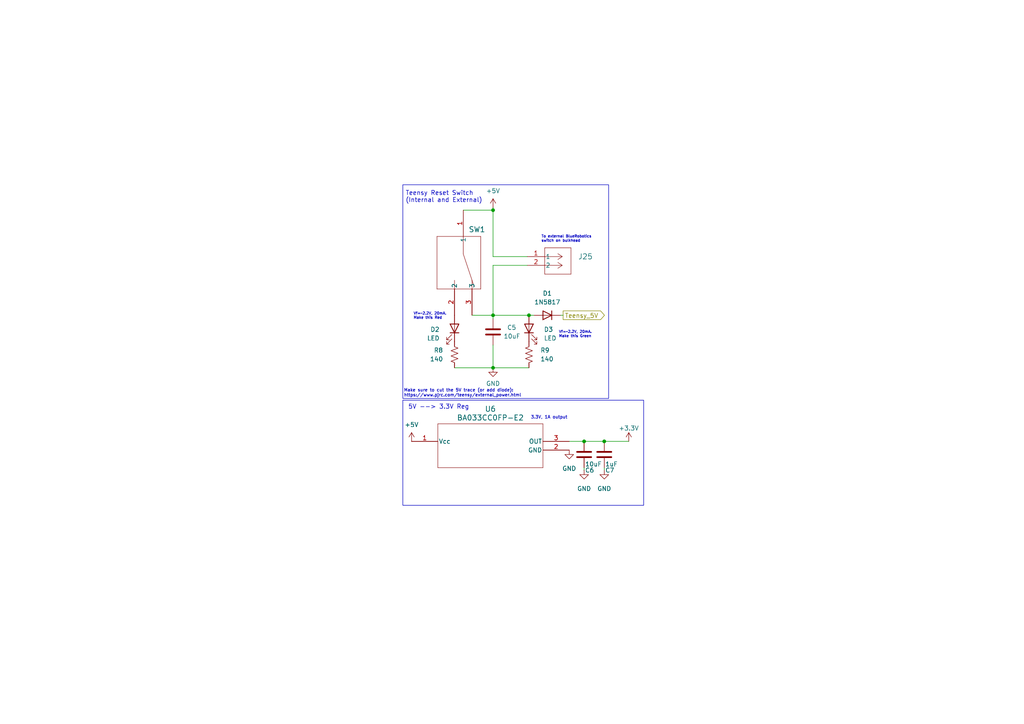
<source format=kicad_sch>
(kicad_sch (version 20231120) (generator "eeschema") (generator_version "8.0")
  (paper "A4")
  (lib_symbols
    (symbol "BA033CC0FP-E2_1" (pin_names (offset 0.254))
      (property "Reference" "U" (at 22.86 10.16 0))
      (property "Value" "BA033CC0FP-E2" (at 22.86 7.62 0))
      (symbol "BA033CC0FP-E2_1_0_1"
        (polyline (pts (xy 7.62 -7.62) (xy 38.1 -7.62)) (stroke (width 0.127)))
        (polyline (pts (xy 7.62 5.08) (xy 7.62 -7.62)) (stroke (width 0.127)))
        (polyline (pts (xy 38.1 -7.62) (xy 38.1 5.08)) (stroke (width 0.127)))
        (polyline (pts (xy 38.1 5.08) (xy 7.62 5.08)) (stroke (width 0.127)))
        (pin power_in line (at 0 0 0) (length 7.62) (name "Vcc") (number "1"))
        (pin output line (at 45.72 0 180) (length 7.62) (name "OUT") (number "3"))
      )
      (symbol "BA033CC0FP-E2_1_1_1"
        (pin output line (at 45.72 -2.54 180) (length 7.62) (name "GND") (number "2"))
      )
    )
    (symbol "Device:C" (pin_numbers hide) (pin_names (offset 0.254))
      (property "Reference" "C" (at 0.635 2.54 0))
      (property "Value" "C" (at 0.635 -2.54 0))
      (symbol "C_0_1"
        (polyline (pts (xy -2.032 -0.762) (xy 2.032 -0.762)) (stroke (width 0.508)))
        (polyline (pts (xy -2.032 0.762) (xy 2.032 0.762)) (stroke (width 0.508)))
      )
      (symbol "C_1_1"
        (pin passive line (at 0 3.81 270) (length 2.794) (name "~") (number "1"))
        (pin passive line (at 0 -3.81 90) (length 2.794) (name "~") (number "2"))
      )
    )
    (symbol "Device:D" (pin_numbers hide) (pin_names (offset 1.016) hide)
      (property "Reference" "D" (at 0 2.54 0))
      (property "Value" "D" (at 0 -2.54 0))
      (symbol "D_0_1"
        (polyline (pts (xy -1.27 1.27) (xy -1.27 -1.27)) (stroke (width 0.254)))
        (polyline (pts (xy 1.27 0) (xy -1.27 0)))
        (polyline (pts (xy 1.27 1.27) (xy 1.27 -1.27) (xy -1.27 0) (xy 1.27 1.27)) (stroke (width 0.254)))
      )
      (symbol "D_1_1"
        (pin passive line (at -3.81 0 0) (length 2.54) (name "K") (number "1"))
        (pin passive line (at 3.81 0 180) (length 2.54) (name "A") (number "2"))
      )
    )
    (symbol "Device:LED" (pin_numbers hide) (pin_names (offset 1.016) hide)
      (property "Reference" "D" (at 0 2.54 0))
      (property "Value" "LED" (at 0 -2.54 0))
      (symbol "LED_0_1"
        (polyline (pts (xy -1.27 -1.27) (xy -1.27 1.27)) (stroke (width 0.254)))
        (polyline (pts (xy -1.27 0) (xy 1.27 0)))
        (polyline (pts (xy 1.27 -1.27) (xy 1.27 1.27) (xy -1.27 0) (xy 1.27 -1.27)) (stroke (width 0.254)))
        (polyline (pts (xy -3.048 -0.762) (xy -4.572 -2.286) (xy -3.81 -2.286) (xy -4.572 -2.286) (xy -4.572 -1.524)))
        (polyline (pts (xy -1.778 -0.762) (xy -3.302 -2.286) (xy -2.54 -2.286) (xy -3.302 -2.286) (xy -3.302 -1.524)))
      )
      (symbol "LED_1_1"
        (pin passive line (at -3.81 0 0) (length 2.54) (name "K") (number "1"))
        (pin passive line (at 3.81 0 180) (length 2.54) (name "A") (number "2"))
      )
    )
    (symbol "Device:R_US" (pin_numbers hide) (pin_names (offset 0))
      (property "Reference" "R" (at 2.54 0 90))
      (property "Value" "R_US" (at -2.54 0 90))
      (symbol "R_US_0_1"
        (polyline (pts (xy 0 -2.286) (xy 0 -2.54)))
        (polyline (pts (xy 0 2.286) (xy 0 2.54)))
        (polyline (pts (xy 0 -0.762) (xy 1.016 -1.143) (xy 0 -1.524) (xy -1.016 -1.905) (xy 0 -2.286)))
        (polyline (pts (xy 0 0.762) (xy 1.016 0.381) (xy 0 0) (xy -1.016 -0.381) (xy 0 -0.762)))
        (polyline (pts (xy 0 2.286) (xy 1.016 1.905) (xy 0 1.524) (xy -1.016 1.143) (xy 0 0.762)))
      )
      (symbol "R_US_1_1"
        (pin passive line (at 0 3.81 270) (length 1.27) (name "~") (number "1"))
        (pin passive line (at 0 -3.81 90) (length 1.27) (name "~") (number "2"))
      )
    )
    (symbol "Imported:430450228" (pin_names (offset 0.254))
      (property "Reference" "J" (at 8.89 6.35 0))
      (property "Value" "430450228" (at 0 0 0))
      (symbol "430450228_1_1"
        (polyline (pts (xy 5.08 -5.08) (xy 12.7 -5.08)) (stroke (width 0.127)))
        (polyline (pts (xy 5.08 2.54) (xy 5.08 -5.08)) (stroke (width 0.127)))
        (polyline (pts (xy 10.16 -2.54) (xy 5.08 -2.54)) (stroke (width 0.127)))
        (polyline (pts (xy 10.16 -2.54) (xy 8.89 -3.3867)) (stroke (width 0.127)))
        (polyline (pts (xy 10.16 -2.54) (xy 8.89 -1.6933)) (stroke (width 0.127)))
        (polyline (pts (xy 10.16 0) (xy 5.08 0)) (stroke (width 0.127)))
        (polyline (pts (xy 10.16 0) (xy 8.89 -0.8467)) (stroke (width 0.127)))
        (polyline (pts (xy 10.16 0) (xy 8.89 0.8467)) (stroke (width 0.127)))
        (polyline (pts (xy 12.7 -5.08) (xy 12.7 2.54)) (stroke (width 0.127)))
        (polyline (pts (xy 12.7 2.54) (xy 5.08 2.54)) (stroke (width 0.127)))
        (pin unspecified line (at 0 0 0) (length 5.08) (name "1") (number "1"))
        (pin unspecified line (at 0 -2.54 0) (length 5.08) (name "2") (number "2"))
      )
      (symbol "430450228_1_2"
        (polyline (pts (xy 5.08 -5.08) (xy 12.7 -5.08)) (stroke (width 0.127)))
        (polyline (pts (xy 5.08 2.54) (xy 5.08 -5.08)) (stroke (width 0.127)))
        (polyline (pts (xy 7.62 -2.54) (xy 5.08 -2.54)) (stroke (width 0.127)))
        (polyline (pts (xy 7.62 -2.54) (xy 8.89 -3.3867)) (stroke (width 0.127)))
        (polyline (pts (xy 7.62 -2.54) (xy 8.89 -1.6933)) (stroke (width 0.127)))
        (polyline (pts (xy 7.62 0) (xy 5.08 0)) (stroke (width 0.127)))
        (polyline (pts (xy 7.62 0) (xy 8.89 -0.8467)) (stroke (width 0.127)))
        (polyline (pts (xy 7.62 0) (xy 8.89 0.8467)) (stroke (width 0.127)))
        (polyline (pts (xy 12.7 -5.08) (xy 12.7 2.54)) (stroke (width 0.127)))
        (polyline (pts (xy 12.7 2.54) (xy 5.08 2.54)) (stroke (width 0.127)))
        (pin unspecified line (at 0 0 0) (length 5.08) (name "1") (number "1"))
        (pin unspecified line (at 0 -2.54 0) (length 5.08) (name "2") (number "2"))
      )
    )
    (symbol "Imported_Symbols:09.03201.02" (pin_names (offset 0.254))
      (property "Reference" "SW" (at 15.24 10.16 0))
      (property "Value" "09.03201.02" (at 20.32 7.62 0))
      (symbol "09.03201.02_0_1"
        (polyline (pts (xy 7.62 -7.62) (xy 22.86 -7.62)) (stroke (width 0.127)))
        (polyline (pts (xy 7.62 0) (xy 12.7 0)) (stroke (width 0.127)))
        (polyline (pts (xy 7.62 5.08) (xy 7.62 -7.62)) (stroke (width 0.127)))
        (polyline (pts (xy 12.7 0) (xy 22.225 3.175)) (stroke (width 0.127)))
        (polyline (pts (xy 22.86 -7.62) (xy 22.86 5.08)) (stroke (width 0.127)))
        (polyline (pts (xy 22.86 -2.54) (xy 20.32 -2.54)) (stroke (width 0.127)))
        (polyline (pts (xy 22.86 2.54) (xy 20.32 2.54)) (stroke (width 0.127)))
        (polyline (pts (xy 22.86 5.08) (xy 7.62 5.08)) (stroke (width 0.127)))
        (pin unspecified line (at 0 0 0) (length 7.62) (name "1") (number "1"))
        (pin unspecified line (at 30.48 -2.54 180) (length 7.62) (name "2") (number "2"))
        (pin unspecified line (at 30.48 2.54 180) (length 7.62) (name "3") (number "3"))
      )
    )
    (symbol "power:+3.3V" (power) (pin_numbers hide) (pin_names (offset 0) hide)
      (property "Value" "+3.3V" (at 0 3.556 0))
      (symbol "+3.3V_0_1"
        (polyline (pts (xy -0.762 1.27) (xy 0 2.54)))
        (polyline (pts (xy 0 0) (xy 0 2.54)))
        (polyline (pts (xy 0 2.54) (xy 0.762 1.27)))
      )
      (symbol "+3.3V_1_1"
        (pin power_in line (at 0 0 90) (length 0) (name "~") (number "1"))
      )
    )
    (symbol "power:+5V" (power) (pin_numbers hide) (pin_names (offset 0) hide)
      (property "Value" "+5V" (at 0 3.556 0))
      (symbol "+5V_0_1"
        (polyline (pts (xy -0.762 1.27) (xy 0 2.54)))
        (polyline (pts (xy 0 0) (xy 0 2.54)))
        (polyline (pts (xy 0 2.54) (xy 0.762 1.27)))
      )
      (symbol "+5V_1_1"
        (pin power_in line (at 0 0 90) (length 0) (name "~") (number "1"))
      )
    )
    (symbol "power:GND" (power) (pin_numbers hide) (pin_names (offset 0) hide)
      (property "Value" "GND" (at 0 -3.81 0))
      (symbol "GND_0_1"
        (polyline (pts (xy 0 0) (xy 0 -1.27) (xy 1.27 -1.27) (xy 0 -2.54) (xy -1.27 -1.27) (xy 0 -1.27)))
      )
      (symbol "GND_1_1"
        (pin power_in line (at 0 0 270) (length 0) (name "~") (number "1"))
      )
    )
  )
  (junction (at 143.002 91.44))
  (junction (at 143.002 106.68))
  (junction (at 175.26 128.016))
  (junction (at 169.418 128.016))
  (junction (at 143.002 60.96))
  (junction (at 153.416 91.44))
  (wire (pts (xy 143.002 74.422) (xy 152.908 74.422)))
  (wire (pts (xy 154.94 91.44) (xy 153.416 91.44)))
  (wire (pts (xy 153.416 106.68) (xy 143.002 106.68)))
  (wire (pts (xy 143.002 76.962) (xy 152.908 76.962)))
  (wire (pts (xy 175.26 135.636) (xy 175.26 136.398)))
  (wire (pts (xy 131.826 106.68) (xy 143.002 106.68)))
  (wire (pts (xy 169.418 136.398) (xy 169.418 135.636)))
  (wire (pts (xy 143.002 100.076) (xy 143.002 106.68)))
  (wire (pts (xy 143.002 91.44) (xy 143.002 92.456)))
  (wire (pts (xy 162.56 91.44) (xy 163.322 91.44)))
  (wire (pts (xy 175.26 128.016) (xy 169.418 128.016)))
  (wire (pts (xy 136.906 91.44) (xy 143.002 91.44)))
  (wire (pts (xy 169.418 128.016) (xy 165.1 128.016)))
  (wire (pts (xy 143.002 60.96) (xy 143.002 74.422)))
  (wire (pts (xy 143.002 60.198) (xy 143.002 60.96)))
  (wire (pts (xy 143.002 76.962) (xy 143.002 91.44)))
  (wire (pts (xy 143.002 91.44) (xy 153.416 91.44)))
  (wire (pts (xy 134.366 60.96) (xy 143.002 60.96)))
  (wire (pts (xy 182.372 128.016) (xy 175.26 128.016)))
  (rectangle (start 116.84 116.078) (end 186.69 146.558))
  (rectangle (start 116.84 53.594) (end 176.53 115.57))
  (text "5V --> 3.3V Reg" (at 118.364 118.11 0) (effects (font (size 1.27 1.27)) (justify left)))
  (text "3.3V, 1A output" (at 153.924 121.158 0) (effects (font (size 0.889 0.889)) (justify left)))
  (text "Vf=~2.2V, 20mA.\nMake this Green" (at 162.052 97.028 0) (effects (font (size 0.762 0.762)) (justify left)))
  (text "Make sure to cut the 5V trace (or add diode):\nhttps://www.pjrc.com/teensy/external_power.html" (at 117.094 114.046 0) (effects (font (size 0.889 0.889)) (justify left)))
  (text "Vf=~2.2V, 20mA.\nMake this Red" (at 119.888 91.694 0) (effects (font (size 0.762 0.762)) (justify left)))
  (text "To external BlueRobotics\nswitch on bulkhead" (at 156.972 69.342 0) (effects (font (size 0.762 0.762)) (justify left)))
  (text "Teensy Reset Switch\n(Internal and External)" (at 117.602 57.15 0) (effects (font (size 1.27 1.27)) (justify left)))
  (global_label "Teensy_5V" (shape output) (at 163.322 91.44 0) (property "Intersheetrefs" "${INTERSHEET_REFS}" (effects (hide yes))))
  (symbol (lib_id "power:+5V") (at 143.002 60.198 0) (unit 1)
    (property "Reference" "#PWR0147" (effects (hide yes)))
    (property "Value" "+5V" (at 143.002 55.372 0))
    (property "Description" "Power symbol creates a global label with name \"+5V\"" (effects (hide yes)))
  )
  (symbol (lib_id "power:GND") (at 169.418 136.398 0) (unit 1)
    (property "Reference" "#PWR0152" (effects (hide yes)))
    (property "Value" "GND" (at 169.418 141.732 0))
    (property "Description" "Power symbol creates a global label with name \"GND\" , ground" (effects (hide yes)))
  )
  (symbol (lib_id "Imported_Symbols:09.03201.02") (at 134.366 60.96 270) (unit 1)
    (property "Reference" "SW1" (at 135.89 66.548 90) (effects (font (size 1.524 1.524)) (justify left)))
    (property "Value" "09.03201.02" (effects (hide yes)))
    (property "Footprint" "ImportedV2:09.03201_EAO" (effects (hide yes)))
    (property "Datasheet" "https://mm.digikey.com/Volume0/opasdata/d220001/medias/docus/496/series1k2_201004.pdf" (effects (hide yes)))
    (property "Supplier 1" "https://www.digikey.com/en/products/detail/eao/09-03201-02/8733105" (effects (hide yes)))
    (property "Supplier 1 S/N" "1948-1086-ND" (effects (hide yes)))
  )
  (symbol (lib_id "power:+5V") (at 119.38 128.016 0) (unit 1)
    (property "Reference" "#PWR0149" (effects (hide yes)))
    (property "Value" "+5V" (at 119.38 123.19 0))
    (property "Description" "Power symbol creates a global label with name \"+5V\"" (effects (hide yes)))
  )
  (symbol (lib_id "power:GND") (at 165.1 130.556 0) (unit 1)
    (property "Reference" "#PWR0151" (effects (hide yes)))
    (property "Value" "GND" (at 165.1 135.89 0))
    (property "Description" "Power symbol creates a global label with name \"GND\" , ground" (effects (hide yes)))
  )
  (symbol (lib_id "Device:LED") (at 153.416 95.25 90) (unit 1)
    (property "Reference" "D3" (at 157.734 95.5674 90) (effects (justify right)))
    (property "Value" "LED" (at 157.734 98.1074 90) (effects (justify right)))
    (property "Footprint" "LED_THT:LED_D3.0mm" (effects (hide yes)))
    (property "Description" "Light emitting diode" (effects (hide yes)))
  )
  (symbol (lib_id "Imported:430450228") (at 152.908 74.422 0) (unit 1)
    (property "Reference" "J25" (at 167.64 74.4219 0) (effects (font (size 1.524 1.524)) (justify left)))
    (property "Value" "430450228" (effects (hide yes)))
    (property "Footprint" "ImportedV2:CONN_SD-43045-001_02_MOL" (effects (hide yes)))
    (property "Datasheet" "430450228" (effects (hide yes)))
    (property "Supplier 1" "https://www.digikey.com/en/products/detail/molex/0430450201/3310171" (effects (hide yes)))
    (property "Supplier 1 S/N" "WM9815-ND" (effects (hide yes)))
  )
  (symbol (lib_id "Device:R_US") (at 153.416 102.87 0) (mirror y) (unit 1)
    (property "Reference" "R9" (at 156.718 101.5999 0) (effects (justify right)))
    (property "Value" "140" (at 156.718 104.1399 0) (effects (justify right)))
    (property "Footprint" "Resistor_SMD:R_0805_2012Metric_Pad1.20x1.40mm_HandSolder" (effects (hide yes)))
    (property "Description" "Resistor, US symbol" (effects (hide yes)))
  )
  (symbol (lib_name "BA033CC0FP-E2_1") (lib_id "Imported:BA033CC0FP-E2") (at 119.38 128.016 0) (unit 1)
    (property "Reference" "U6" (at 142.24 118.618 0) (effects (font (size 1.524 1.524))))
    (property "Value" "BA033CC0FP-E2" (at 142.24 121.158 0) (effects (font (size 1.524 1.524))))
    (property "Footprint" "ImportedV2:TO252-3_ROM" (effects (hide yes)))
    (property "Datasheet" "BA033CC0FP-E2" (effects (hide yes)))
    (property "Supplier 1" "https://www.digikey.com/en/products/detail/rohm-semiconductor/BA033CC0FP-E2/722186" (effects (hide yes)))
    (property "Supplier 1 S/N" "BA033CC0FP-E2CT-ND" (effects (hide yes)))
  )
  (symbol (lib_id "Device:C") (at 175.26 131.826 0) (unit 1)
    (property "Reference" "C7" (at 175.514 136.398 0) (effects (justify left)))
    (property "Value" "1uF" (at 175.514 134.62 0) (effects (justify left)))
    (property "Footprint" "Capacitor_SMD:C_0805_2012Metric_Pad1.18x1.45mm_HandSolder" (effects (hide yes)))
    (property "Description" "Unpolarized capacitor" (effects (hide yes)))
    (property "Supplier 1" "https://www.digikey.com/en/products/detail/murata-electronics/GRM21BR61C106KE15K/2546903" (effects (hide yes)))
    (property "Supplier 1 S/N" "490-6473-1-ND" (effects (hide yes)))
  )
  (symbol (lib_id "power:GND") (at 175.26 136.398 0) (unit 1)
    (property "Reference" "#PWR0153" (effects (hide yes)))
    (property "Value" "GND" (at 175.26 141.732 0))
    (property "Description" "Power symbol creates a global label with name \"GND\" , ground" (effects (hide yes)))
  )
  (symbol (lib_id "Device:C") (at 169.418 131.826 0) (unit 1)
    (property "Reference" "C6" (at 169.672 136.398 0) (effects (justify left)))
    (property "Value" "10uF" (at 169.672 134.62 0) (effects (justify left)))
    (property "Footprint" "Capacitor_SMD:C_0805_2012Metric_Pad1.18x1.45mm_HandSolder" (effects (hide yes)))
    (property "Description" "Unpolarized capacitor" (effects (hide yes)))
    (property "Supplier 1" "https://www.digikey.com/en/products/detail/murata-electronics/GRM21BR61C106KE15K/2546903" (effects (hide yes)))
    (property "Supplier 1 S/N" "490-6473-1-ND" (effects (hide yes)))
  )
  (symbol (lib_id "power:GND") (at 143.002 106.68 0) (unit 1)
    (property "Reference" "#PWR0148" (effects (hide yes)))
    (property "Value" "GND" (at 143.002 111.252 0))
    (property "Description" "Power symbol creates a global label with name \"GND\" , ground" (effects (hide yes)))
  )
  (symbol (lib_id "Device:LED") (at 131.826 95.25 270) (mirror x) (unit 1)
    (property "Reference" "D2" (at 127.508 95.5674 90) (effects (justify right)))
    (property "Value" "LED" (at 127.508 98.1074 90) (effects (justify right)))
    (property "Footprint" "LED_THT:LED_D3.0mm" (effects (hide yes)))
    (property "Description" "Light emitting diode" (effects (hide yes)))
  )
  (symbol (lib_id "Device:R_US") (at 131.826 102.87 0) (unit 1)
    (property "Reference" "R8" (at 128.524 101.5999 0) (effects (justify right)))
    (property "Value" "140" (at 128.524 104.1399 0) (effects (justify right)))
    (property "Footprint" "Resistor_SMD:R_0805_2012Metric_Pad1.20x1.40mm_HandSolder" (effects (hide yes)))
    (property "Description" "Resistor, US symbol" (effects (hide yes)))
  )
  (symbol (lib_id "Device:D") (at 158.75 91.44 180) (unit 1)
    (property "Reference" "D1" (at 158.75 85.09 0))
    (property "Value" "1N5817" (at 158.75 87.63 0))
    (property "Footprint" "Diode_THT:D_5W_P12.70mm_Horizontal" (effects (hide yes)))
    (property "Description" "Diode" (effects (hide yes)))
    (property "Sim.Device" "D" (effects (hide yes)))
    (property "Sim.Pins" "1=K 2=A" (effects (hide yes)))
  )
  (symbol (lib_id "Device:C") (at 143.002 96.266 0) (unit 1)
    (property "Reference" "C5" (at 147.066 94.9959 0) (effects (justify left)))
    (property "Value" "10uF" (at 146.05 97.536 0) (effects (justify left)))
    (property "Footprint" "Capacitor_SMD:C_0805_2012Metric_Pad1.18x1.45mm_HandSolder" (effects (hide yes)))
    (property "Description" "Unpolarized capacitor" (effects (hide yes)))
    (property "Supplier 1" "https://www.digikey.com/en/products/detail/murata-electronics/GRM21BR61C106KE15K/2546903" (effects (hide yes)))
    (property "Supplier 1 S/N" "490-6473-1-ND" (effects (hide yes)))
  )
  (symbol (lib_id "power:+3.3V") (at 182.372 128.016 0) (unit 1)
    (property "Reference" "#PWR0150" (effects (hide yes)))
    (property "Value" "+3.3V" (at 182.372 124.206 0))
    (property "Description" "Power symbol creates a global label with name \"+3.3V\"" (effects (hide yes)))
  )
)
</source>
